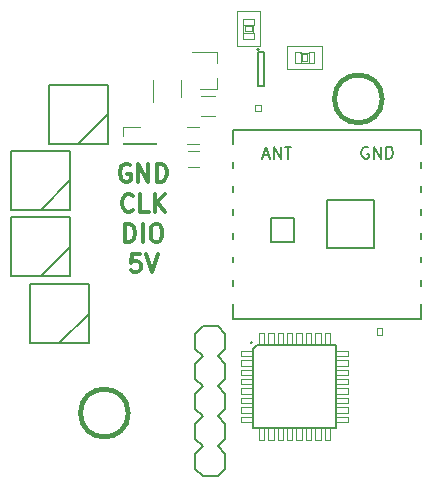
<source format=gbr>
G04 #@! TF.FileFunction,Legend,Top*
%FSLAX46Y46*%
G04 Gerber Fmt 4.6, Leading zero omitted, Abs format (unit mm)*
G04 Created by KiCad (PCBNEW 4.0.7-e2-6376~61~ubuntu18.04.1) date Mon Jul 23 20:51:16 2018*
%MOMM*%
%LPD*%
G01*
G04 APERTURE LIST*
%ADD10C,0.100000*%
%ADD11C,0.300000*%
%ADD12C,0.203200*%
%ADD13C,0.066040*%
%ADD14C,0.050800*%
%ADD15C,0.101600*%
%ADD16C,0.150000*%
%ADD17C,0.450000*%
%ADD18C,0.127000*%
%ADD19C,0.120000*%
G04 APERTURE END LIST*
D10*
D11*
X152857143Y-56975000D02*
X152714286Y-56903571D01*
X152500000Y-56903571D01*
X152285715Y-56975000D01*
X152142857Y-57117857D01*
X152071429Y-57260714D01*
X152000000Y-57546429D01*
X152000000Y-57760714D01*
X152071429Y-58046429D01*
X152142857Y-58189286D01*
X152285715Y-58332143D01*
X152500000Y-58403571D01*
X152642857Y-58403571D01*
X152857143Y-58332143D01*
X152928572Y-58260714D01*
X152928572Y-57760714D01*
X152642857Y-57760714D01*
X153571429Y-58403571D02*
X153571429Y-56903571D01*
X154428572Y-58403571D01*
X154428572Y-56903571D01*
X155142858Y-58403571D02*
X155142858Y-56903571D01*
X155500001Y-56903571D01*
X155714286Y-56975000D01*
X155857144Y-57117857D01*
X155928572Y-57260714D01*
X156000001Y-57546429D01*
X156000001Y-57760714D01*
X155928572Y-58046429D01*
X155857144Y-58189286D01*
X155714286Y-58332143D01*
X155500001Y-58403571D01*
X155142858Y-58403571D01*
X153107143Y-60810714D02*
X153035714Y-60882143D01*
X152821428Y-60953571D01*
X152678571Y-60953571D01*
X152464286Y-60882143D01*
X152321428Y-60739286D01*
X152250000Y-60596429D01*
X152178571Y-60310714D01*
X152178571Y-60096429D01*
X152250000Y-59810714D01*
X152321428Y-59667857D01*
X152464286Y-59525000D01*
X152678571Y-59453571D01*
X152821428Y-59453571D01*
X153035714Y-59525000D01*
X153107143Y-59596429D01*
X154464286Y-60953571D02*
X153750000Y-60953571D01*
X153750000Y-59453571D01*
X154964286Y-60953571D02*
X154964286Y-59453571D01*
X155821429Y-60953571D02*
X155178572Y-60096429D01*
X155821429Y-59453571D02*
X154964286Y-60310714D01*
X152464286Y-63503571D02*
X152464286Y-62003571D01*
X152821429Y-62003571D01*
X153035714Y-62075000D01*
X153178572Y-62217857D01*
X153250000Y-62360714D01*
X153321429Y-62646429D01*
X153321429Y-62860714D01*
X153250000Y-63146429D01*
X153178572Y-63289286D01*
X153035714Y-63432143D01*
X152821429Y-63503571D01*
X152464286Y-63503571D01*
X153964286Y-63503571D02*
X153964286Y-62003571D01*
X154964286Y-62003571D02*
X155250000Y-62003571D01*
X155392858Y-62075000D01*
X155535715Y-62217857D01*
X155607143Y-62503571D01*
X155607143Y-63003571D01*
X155535715Y-63289286D01*
X155392858Y-63432143D01*
X155250000Y-63503571D01*
X154964286Y-63503571D01*
X154821429Y-63432143D01*
X154678572Y-63289286D01*
X154607143Y-63003571D01*
X154607143Y-62503571D01*
X154678572Y-62217857D01*
X154821429Y-62075000D01*
X154964286Y-62003571D01*
X153714287Y-64553571D02*
X153000001Y-64553571D01*
X152928572Y-65267857D01*
X153000001Y-65196429D01*
X153142858Y-65125000D01*
X153500001Y-65125000D01*
X153642858Y-65196429D01*
X153714287Y-65267857D01*
X153785715Y-65410714D01*
X153785715Y-65767857D01*
X153714287Y-65910714D01*
X153642858Y-65982143D01*
X153500001Y-66053571D01*
X153142858Y-66053571D01*
X153000001Y-65982143D01*
X152928572Y-65910714D01*
X154214286Y-64553571D02*
X154714286Y-66053571D01*
X155214286Y-64553571D01*
D12*
X158380000Y-78895000D02*
X158380000Y-80165000D01*
X158380000Y-80165000D02*
X159015000Y-80800000D01*
X160285000Y-80800000D02*
X160920000Y-80165000D01*
X159015000Y-80800000D02*
X158380000Y-81435000D01*
X158380000Y-81435000D02*
X158380000Y-82705000D01*
X158380000Y-82705000D02*
X159015000Y-83340000D01*
X160285000Y-83340000D02*
X160920000Y-82705000D01*
X160920000Y-82705000D02*
X160920000Y-81435000D01*
X160920000Y-81435000D02*
X160285000Y-80800000D01*
X159015000Y-75720000D02*
X158380000Y-76355000D01*
X158380000Y-76355000D02*
X158380000Y-77625000D01*
X158380000Y-77625000D02*
X159015000Y-78260000D01*
X160285000Y-78260000D02*
X160920000Y-77625000D01*
X160920000Y-77625000D02*
X160920000Y-76355000D01*
X160920000Y-76355000D02*
X160285000Y-75720000D01*
X158380000Y-78895000D02*
X159015000Y-78260000D01*
X160285000Y-78260000D02*
X160920000Y-78895000D01*
X160920000Y-80165000D02*
X160920000Y-78895000D01*
X158380000Y-71275000D02*
X158380000Y-72545000D01*
X158380000Y-72545000D02*
X159015000Y-73180000D01*
X160285000Y-73180000D02*
X160920000Y-72545000D01*
X159015000Y-73180000D02*
X158380000Y-73815000D01*
X158380000Y-73815000D02*
X158380000Y-75085000D01*
X158380000Y-75085000D02*
X159015000Y-75720000D01*
X160285000Y-75720000D02*
X160920000Y-75085000D01*
X160920000Y-75085000D02*
X160920000Y-73815000D01*
X160920000Y-73815000D02*
X160285000Y-73180000D01*
X159015000Y-70640000D02*
X160285000Y-70640000D01*
X158380000Y-71275000D02*
X159015000Y-70640000D01*
X160285000Y-70640000D02*
X160920000Y-71275000D01*
X160920000Y-72545000D02*
X160920000Y-71275000D01*
X159015000Y-83340000D02*
X160285000Y-83340000D01*
D13*
X162408020Y-44621566D02*
X162408020Y-45121946D01*
X162408020Y-45121946D02*
X163357980Y-45121946D01*
X163357980Y-44621566D02*
X163357980Y-45121946D01*
X162408020Y-44621566D02*
X163357980Y-44621566D01*
X162408020Y-45789966D02*
X162408020Y-46287806D01*
X162408020Y-46287806D02*
X163357980Y-46287806D01*
X163357980Y-45789966D02*
X163357980Y-46287806D01*
X162408020Y-45789966D02*
X163357980Y-45789966D01*
X162578200Y-45261646D02*
X162578200Y-45657886D01*
X162578200Y-45657886D02*
X163177640Y-45657886D01*
X163177640Y-45261646D02*
X163177640Y-45657886D01*
X162578200Y-45261646D02*
X163177640Y-45261646D01*
D14*
X163860900Y-43989106D02*
X163860900Y-46930426D01*
X163860900Y-46930426D02*
X161894940Y-46930426D01*
X161894940Y-46930426D02*
X161894940Y-43989106D01*
X161894940Y-43989106D02*
X163860900Y-43989106D01*
D15*
X163309720Y-45104166D02*
X163309720Y-45815366D01*
X162461360Y-45104166D02*
X162461360Y-45815366D01*
D13*
X168486560Y-47430100D02*
X167986180Y-47430100D01*
X167986180Y-47430100D02*
X167986180Y-48380060D01*
X168486560Y-48380060D02*
X167986180Y-48380060D01*
X168486560Y-47430100D02*
X168486560Y-48380060D01*
X167318160Y-47430100D02*
X166820320Y-47430100D01*
X166820320Y-47430100D02*
X166820320Y-48380060D01*
X167318160Y-48380060D02*
X166820320Y-48380060D01*
X167318160Y-47430100D02*
X167318160Y-48380060D01*
X167846480Y-47600280D02*
X167450240Y-47600280D01*
X167450240Y-47600280D02*
X167450240Y-48199720D01*
X167846480Y-48199720D02*
X167450240Y-48199720D01*
X167846480Y-47600280D02*
X167846480Y-48199720D01*
D14*
X169119020Y-48882980D02*
X166177700Y-48882980D01*
X166177700Y-48882980D02*
X166177700Y-46917020D01*
X166177700Y-46917020D02*
X169119020Y-46917020D01*
X169119020Y-46917020D02*
X169119020Y-48882980D01*
D15*
X168003960Y-48331800D02*
X167292760Y-48331800D01*
X168003960Y-47483440D02*
X167292760Y-47483440D01*
D13*
X163446000Y-52454000D02*
X163954000Y-52454000D01*
X163954000Y-52454000D02*
X163954000Y-51946000D01*
X163446000Y-51946000D02*
X163954000Y-51946000D01*
X163446000Y-52454000D02*
X163446000Y-51946000D01*
D16*
X163800000Y-47200000D02*
G75*
G03X163800000Y-47200000I-100000J0D01*
G01*
X164250000Y-47450000D02*
X163750000Y-47450000D01*
X164250000Y-50350000D02*
X164250000Y-47450000D01*
X163750000Y-50350000D02*
X164250000Y-50350000D01*
X163750000Y-47450000D02*
X163750000Y-50350000D01*
D17*
X152724253Y-78000000D02*
G75*
G03X152724253Y-78000000I-2024253J0D01*
G01*
X174224253Y-51400000D02*
G75*
G03X174224253Y-51400000I-2024253J0D01*
G01*
D18*
X146000640Y-50200640D02*
X146000640Y-55199360D01*
X146000640Y-55199360D02*
X150999360Y-55199360D01*
X150999360Y-55199360D02*
X150999360Y-50200640D01*
X150999360Y-50200640D02*
X146000640Y-50200640D01*
D12*
X151000000Y-52700000D02*
X148500000Y-55200000D01*
D18*
X142800640Y-55800640D02*
X142800640Y-60799360D01*
X142800640Y-60799360D02*
X147799360Y-60799360D01*
X147799360Y-60799360D02*
X147799360Y-55800640D01*
X147799360Y-55800640D02*
X142800640Y-55800640D01*
D12*
X147800000Y-58300000D02*
X145300000Y-60800000D01*
D18*
X142800640Y-61400640D02*
X142800640Y-66399360D01*
X142800640Y-66399360D02*
X147799360Y-66399360D01*
X147799360Y-66399360D02*
X147799360Y-61400640D01*
X147799360Y-61400640D02*
X142800640Y-61400640D01*
D12*
X147800000Y-63900000D02*
X145300000Y-66400000D01*
D18*
X144400640Y-67100640D02*
X144400640Y-72099360D01*
X144400640Y-72099360D02*
X149399360Y-72099360D01*
X149399360Y-72099360D02*
X149399360Y-67100640D01*
X149399360Y-67100640D02*
X144400640Y-67100640D01*
D12*
X149400000Y-69600000D02*
X146900000Y-72100000D01*
D19*
X152310000Y-55135000D02*
X152310000Y-55255000D01*
X152310000Y-55255000D02*
X155090000Y-55255000D01*
X155090000Y-55255000D02*
X155090000Y-55135000D01*
X155090000Y-55135000D02*
X152310000Y-55135000D01*
X152310000Y-54500000D02*
X152310000Y-53745000D01*
X152310000Y-53745000D02*
X153700000Y-53745000D01*
D16*
X161550000Y-55250000D02*
X161550000Y-54000000D01*
X161550000Y-57250000D02*
X161550000Y-56750000D01*
X161550000Y-59250000D02*
X161550000Y-58750000D01*
X161550000Y-61250000D02*
X161550000Y-60750000D01*
X161550000Y-63250000D02*
X161550000Y-62750000D01*
X161550000Y-65250000D02*
X161550000Y-64750000D01*
X161550000Y-67250000D02*
X161550000Y-66750000D01*
X161550000Y-70000000D02*
X161550000Y-68750000D01*
X177550000Y-68750000D02*
X177550000Y-70000000D01*
X177550000Y-66750000D02*
X177550000Y-67250000D01*
X177550000Y-64750000D02*
X177550000Y-65250000D01*
X177550000Y-62750000D02*
X177550000Y-63250000D01*
X177550000Y-60750000D02*
X177550000Y-61250000D01*
X177550000Y-58750000D02*
X177550000Y-59250000D01*
X177550000Y-56750000D02*
X177550000Y-57250000D01*
X177550000Y-54000000D02*
X177550000Y-55250000D01*
D12*
X161551540Y-54001540D02*
X177548460Y-54001540D01*
X177548460Y-69998460D02*
X161551540Y-69998460D01*
X169552040Y-60001020D02*
X169552040Y-63998980D01*
X169552040Y-63998980D02*
X173550000Y-63998980D01*
X173550000Y-63998980D02*
X173550000Y-60001020D01*
X173550000Y-60001020D02*
X169552040Y-60001020D01*
X164798980Y-63497840D02*
X164798980Y-61501400D01*
X166797960Y-61501400D02*
X164798980Y-61501400D01*
X166797960Y-63497840D02*
X166797960Y-61501400D01*
X166797960Y-63497840D02*
X164798980Y-63497840D01*
D13*
X162246000Y-73178300D02*
X163236600Y-73178300D01*
X163236600Y-73178300D02*
X163236600Y-72721100D01*
X162246000Y-72721100D02*
X163236600Y-72721100D01*
X162246000Y-73178300D02*
X162246000Y-72721100D01*
X162246000Y-73978400D02*
X163236600Y-73978400D01*
X163236600Y-73978400D02*
X163236600Y-73521200D01*
X162246000Y-73521200D02*
X163236600Y-73521200D01*
X162246000Y-73978400D02*
X162246000Y-73521200D01*
X162246000Y-74778500D02*
X163236600Y-74778500D01*
X163236600Y-74778500D02*
X163236600Y-74321300D01*
X162246000Y-74321300D02*
X163236600Y-74321300D01*
X162246000Y-74778500D02*
X162246000Y-74321300D01*
X162246000Y-75578600D02*
X163236600Y-75578600D01*
X163236600Y-75578600D02*
X163236600Y-75121400D01*
X162246000Y-75121400D02*
X163236600Y-75121400D01*
X162246000Y-75578600D02*
X162246000Y-75121400D01*
X162246000Y-76376160D02*
X163236600Y-76376160D01*
X163236600Y-76376160D02*
X163236600Y-75918960D01*
X162246000Y-75918960D02*
X163236600Y-75918960D01*
X162246000Y-76376160D02*
X162246000Y-75918960D01*
X162246000Y-77176260D02*
X163236600Y-77176260D01*
X163236600Y-77176260D02*
X163236600Y-76719060D01*
X162246000Y-76719060D02*
X163236600Y-76719060D01*
X162246000Y-77176260D02*
X162246000Y-76719060D01*
X162246000Y-77976360D02*
X163236600Y-77976360D01*
X163236600Y-77976360D02*
X163236600Y-77519160D01*
X162246000Y-77519160D02*
X163236600Y-77519160D01*
X162246000Y-77976360D02*
X162246000Y-77519160D01*
X162246000Y-78776460D02*
X163236600Y-78776460D01*
X163236600Y-78776460D02*
X163236600Y-78319260D01*
X162246000Y-78319260D02*
X163236600Y-78319260D01*
X162246000Y-78776460D02*
X162246000Y-78319260D01*
X163764920Y-80295380D02*
X164222120Y-80295380D01*
X164222120Y-80295380D02*
X164222120Y-79304780D01*
X163764920Y-79304780D02*
X164222120Y-79304780D01*
X163764920Y-80295380D02*
X163764920Y-79304780D01*
X164565020Y-80295380D02*
X165022220Y-80295380D01*
X165022220Y-80295380D02*
X165022220Y-79304780D01*
X164565020Y-79304780D02*
X165022220Y-79304780D01*
X164565020Y-80295380D02*
X164565020Y-79304780D01*
X165365120Y-80295380D02*
X165822320Y-80295380D01*
X165822320Y-80295380D02*
X165822320Y-79304780D01*
X165365120Y-79304780D02*
X165822320Y-79304780D01*
X165365120Y-80295380D02*
X165365120Y-79304780D01*
X166165220Y-80295380D02*
X166622420Y-80295380D01*
X166622420Y-80295380D02*
X166622420Y-79304780D01*
X166165220Y-79304780D02*
X166622420Y-79304780D01*
X166165220Y-80295380D02*
X166165220Y-79304780D01*
X166962780Y-80295380D02*
X167419980Y-80295380D01*
X167419980Y-80295380D02*
X167419980Y-79304780D01*
X166962780Y-79304780D02*
X167419980Y-79304780D01*
X166962780Y-80295380D02*
X166962780Y-79304780D01*
X167762880Y-80295380D02*
X168220080Y-80295380D01*
X168220080Y-80295380D02*
X168220080Y-79304780D01*
X167762880Y-79304780D02*
X168220080Y-79304780D01*
X167762880Y-80295380D02*
X167762880Y-79304780D01*
X168562980Y-80295380D02*
X169020180Y-80295380D01*
X169020180Y-80295380D02*
X169020180Y-79304780D01*
X168562980Y-79304780D02*
X169020180Y-79304780D01*
X168562980Y-80295380D02*
X168562980Y-79304780D01*
X169363080Y-80295380D02*
X169820280Y-80295380D01*
X169820280Y-80295380D02*
X169820280Y-79304780D01*
X169363080Y-79304780D02*
X169820280Y-79304780D01*
X169363080Y-80295380D02*
X169363080Y-79304780D01*
X170348600Y-78776460D02*
X171339200Y-78776460D01*
X171339200Y-78776460D02*
X171339200Y-78319260D01*
X170348600Y-78319260D02*
X171339200Y-78319260D01*
X170348600Y-78776460D02*
X170348600Y-78319260D01*
X170348600Y-77976360D02*
X171339200Y-77976360D01*
X171339200Y-77976360D02*
X171339200Y-77519160D01*
X170348600Y-77519160D02*
X171339200Y-77519160D01*
X170348600Y-77976360D02*
X170348600Y-77519160D01*
X170348600Y-77176260D02*
X171339200Y-77176260D01*
X171339200Y-77176260D02*
X171339200Y-76719060D01*
X170348600Y-76719060D02*
X171339200Y-76719060D01*
X170348600Y-77176260D02*
X170348600Y-76719060D01*
X170348600Y-76376160D02*
X171339200Y-76376160D01*
X171339200Y-76376160D02*
X171339200Y-75918960D01*
X170348600Y-75918960D02*
X171339200Y-75918960D01*
X170348600Y-76376160D02*
X170348600Y-75918960D01*
X170348600Y-75578600D02*
X171339200Y-75578600D01*
X171339200Y-75578600D02*
X171339200Y-75121400D01*
X170348600Y-75121400D02*
X171339200Y-75121400D01*
X170348600Y-75578600D02*
X170348600Y-75121400D01*
X170348600Y-74778500D02*
X171339200Y-74778500D01*
X171339200Y-74778500D02*
X171339200Y-74321300D01*
X170348600Y-74321300D02*
X171339200Y-74321300D01*
X170348600Y-74778500D02*
X170348600Y-74321300D01*
X170348600Y-73978400D02*
X171339200Y-73978400D01*
X171339200Y-73978400D02*
X171339200Y-73521200D01*
X170348600Y-73521200D02*
X171339200Y-73521200D01*
X170348600Y-73978400D02*
X170348600Y-73521200D01*
X170348600Y-73178300D02*
X171339200Y-73178300D01*
X171339200Y-73178300D02*
X171339200Y-72721100D01*
X170348600Y-72721100D02*
X171339200Y-72721100D01*
X170348600Y-73178300D02*
X170348600Y-72721100D01*
X169363080Y-72192780D02*
X169820280Y-72192780D01*
X169820280Y-72192780D02*
X169820280Y-71202180D01*
X169363080Y-71202180D02*
X169820280Y-71202180D01*
X169363080Y-72192780D02*
X169363080Y-71202180D01*
X168562980Y-72192780D02*
X169020180Y-72192780D01*
X169020180Y-72192780D02*
X169020180Y-71202180D01*
X168562980Y-71202180D02*
X169020180Y-71202180D01*
X168562980Y-72192780D02*
X168562980Y-71202180D01*
X167762880Y-72192780D02*
X168220080Y-72192780D01*
X168220080Y-72192780D02*
X168220080Y-71202180D01*
X167762880Y-71202180D02*
X168220080Y-71202180D01*
X167762880Y-72192780D02*
X167762880Y-71202180D01*
X166962780Y-72192780D02*
X167419980Y-72192780D01*
X167419980Y-72192780D02*
X167419980Y-71202180D01*
X166962780Y-71202180D02*
X167419980Y-71202180D01*
X166962780Y-72192780D02*
X166962780Y-71202180D01*
X166165220Y-72192780D02*
X166622420Y-72192780D01*
X166622420Y-72192780D02*
X166622420Y-71202180D01*
X166165220Y-71202180D02*
X166622420Y-71202180D01*
X166165220Y-72192780D02*
X166165220Y-71202180D01*
X165365120Y-72192780D02*
X165822320Y-72192780D01*
X165822320Y-72192780D02*
X165822320Y-71202180D01*
X165365120Y-71202180D02*
X165822320Y-71202180D01*
X165365120Y-72192780D02*
X165365120Y-71202180D01*
X164565020Y-72192780D02*
X165022220Y-72192780D01*
X165022220Y-72192780D02*
X165022220Y-71202180D01*
X164565020Y-71202180D02*
X165022220Y-71202180D01*
X164565020Y-72192780D02*
X164565020Y-71202180D01*
X163764920Y-72192780D02*
X164222120Y-72192780D01*
X164222120Y-72192780D02*
X164222120Y-71202180D01*
X163764920Y-71202180D02*
X164222120Y-71202180D01*
X163764920Y-72192780D02*
X163764920Y-71202180D01*
D12*
X170295260Y-72246120D02*
X170295260Y-79251440D01*
X170295260Y-79251440D02*
X163289940Y-79251440D01*
X163289940Y-79251440D02*
X163289940Y-72599180D01*
X163643000Y-72246120D02*
X170295260Y-72246120D01*
X163643000Y-72246120D02*
X163289940Y-72599180D01*
D15*
X163242763Y-72065780D02*
G75*
G03X163242763Y-72065780I-107763J0D01*
G01*
D13*
X174188120Y-70820280D02*
X173791880Y-70820280D01*
X173791880Y-70820280D02*
X173791880Y-71419720D01*
X174188120Y-71419720D02*
X173791880Y-71419720D01*
X174188120Y-70820280D02*
X174188120Y-71419720D01*
D19*
X154840000Y-49800000D02*
X154840000Y-51700000D01*
X157160000Y-51200000D02*
X157160000Y-49800000D01*
X157750000Y-55820000D02*
X158750000Y-55820000D01*
X158750000Y-57180000D02*
X157750000Y-57180000D01*
X158678572Y-55180000D02*
X157678572Y-55180000D01*
X157678572Y-53820000D02*
X158678572Y-53820000D01*
X158900000Y-51120000D02*
X160100000Y-51120000D01*
X160100000Y-52880000D02*
X158900000Y-52880000D01*
X160260000Y-50580000D02*
X160260000Y-49650000D01*
X160260000Y-47420000D02*
X160260000Y-48350000D01*
X160260000Y-47420000D02*
X158100000Y-47420000D01*
X160260000Y-50580000D02*
X158800000Y-50580000D01*
D16*
X164157143Y-56166667D02*
X164633334Y-56166667D01*
X164061905Y-56452381D02*
X164395238Y-55452381D01*
X164728572Y-56452381D01*
X165061905Y-56452381D02*
X165061905Y-55452381D01*
X165633334Y-56452381D01*
X165633334Y-55452381D01*
X165966667Y-55452381D02*
X166538096Y-55452381D01*
X166252381Y-56452381D02*
X166252381Y-55452381D01*
X173038096Y-55500000D02*
X172942858Y-55452381D01*
X172800001Y-55452381D01*
X172657143Y-55500000D01*
X172561905Y-55595238D01*
X172514286Y-55690476D01*
X172466667Y-55880952D01*
X172466667Y-56023810D01*
X172514286Y-56214286D01*
X172561905Y-56309524D01*
X172657143Y-56404762D01*
X172800001Y-56452381D01*
X172895239Y-56452381D01*
X173038096Y-56404762D01*
X173085715Y-56357143D01*
X173085715Y-56023810D01*
X172895239Y-56023810D01*
X173514286Y-56452381D02*
X173514286Y-55452381D01*
X174085715Y-56452381D01*
X174085715Y-55452381D01*
X174561905Y-56452381D02*
X174561905Y-55452381D01*
X174800000Y-55452381D01*
X174942858Y-55500000D01*
X175038096Y-55595238D01*
X175085715Y-55690476D01*
X175133334Y-55880952D01*
X175133334Y-56023810D01*
X175085715Y-56214286D01*
X175038096Y-56309524D01*
X174942858Y-56404762D01*
X174800000Y-56452381D01*
X174561905Y-56452381D01*
M02*

</source>
